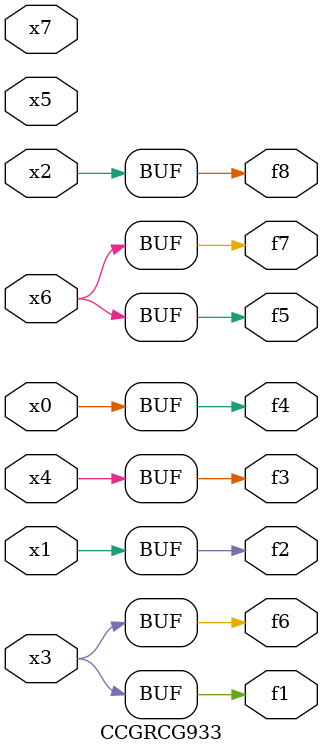
<source format=v>
module CCGRCG933(
	input x0, x1, x2, x3, x4, x5, x6, x7,
	output f1, f2, f3, f4, f5, f6, f7, f8
);
	assign f1 = x3;
	assign f2 = x1;
	assign f3 = x4;
	assign f4 = x0;
	assign f5 = x6;
	assign f6 = x3;
	assign f7 = x6;
	assign f8 = x2;
endmodule

</source>
